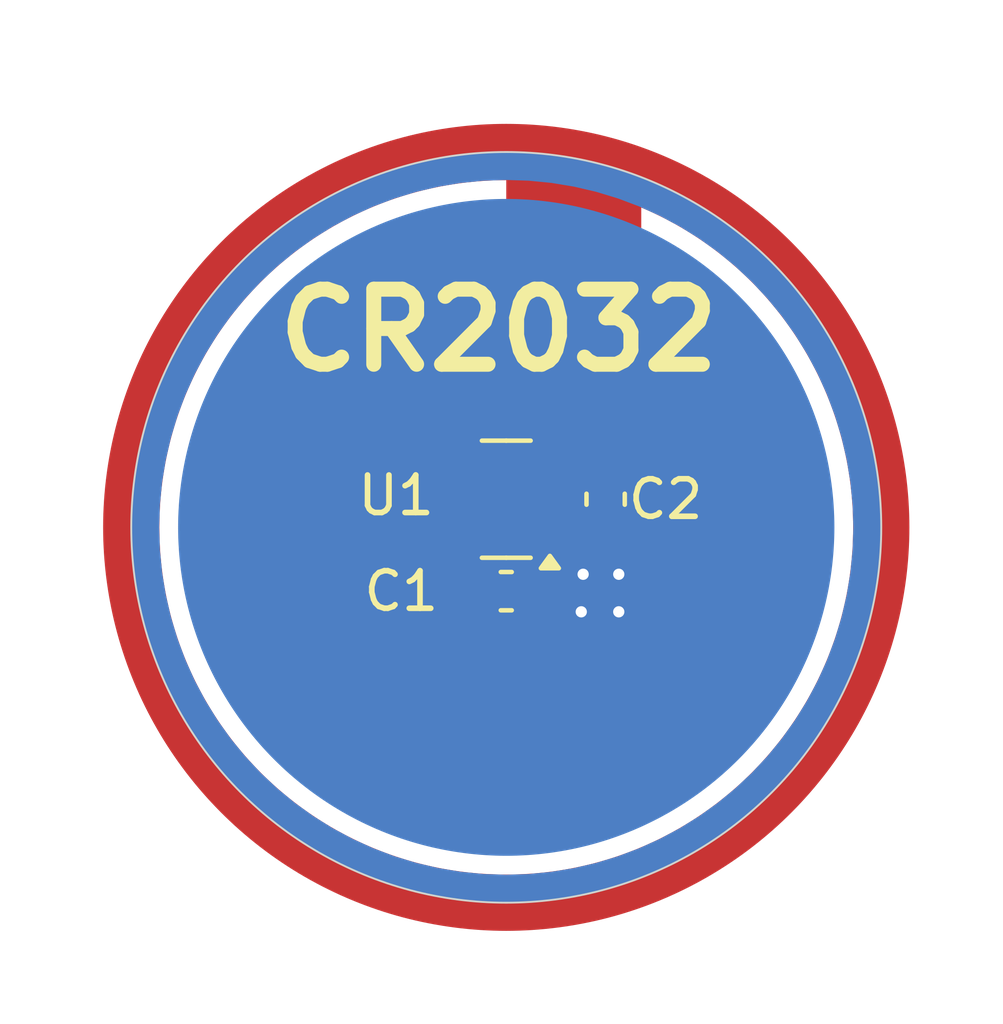
<source format=kicad_pcb>
(kicad_pcb (version 20240108) (generator "pcbnew") (generator_version "8.0")
  (layers (0 "F.Cu" signal) (31 "B.Cu" signal) (34 "B.Paste" user) (35 "F.Paste" user) (36 "B.SilkS" user "B.Silkscreen") (37 "F.SilkS" user "F.Silkscreen") (38 "B.Mask" user) (39 "F.Mask" user) (44 "Edge.Cuts" user))
  (net 0 "")
  (net 1 "GND")
  (net 2 "+5V")
  (net 3 "+3V0")
  (footprint "Capacitor_SMD:C_0603_1608Metric_Pad1.08x0.95mm_HandSolder" (layer "F.Cu") (at 152.65 99.25 -90)
    (property "Reference" "C2" (at 0 -1.6 360) (layer "F.SilkS"))
    (property "Value" "0.47uF")
    (fp_line (start -0.146267 0.51) (end 0.146267 0.51) (stroke (width 0.12)) (layer "F.SilkS"))
    (fp_line (start -0.146267 -0.51) (end 0.146267 -0.51) (stroke (width 0.12)) (layer "F.SilkS"))
    (pad "1" smd roundrect (at -0.8625 0 270) (size 1.075 0.95) (layers "F.Cu" "F.Paste" "F.Mask") (net 3 "+3V0"))
    (pad "2" smd roundrect (at 0.8625 0 270) (size 1.075 0.95) (layers "F.Cu" "F.Paste" "F.Mask") (net 1 "GND"))
  )
  (footprint "Capacitor_SMD:C_0603_1608Metric_Pad1.08x0.95mm_HandSolder" (layer "F.Cu") (at 150 101.7)
    (property "Reference" "C1" (at -2.8 0 180) (layer "F.SilkS"))
    (property "Value" "0.1uF")
    (fp_line (start -0.146267 -0.51) (end 0.146267 -0.51) (stroke (width 0.12)) (layer "F.SilkS"))
    (fp_line (start -0.146267 0.51) (end 0.146267 0.51) (stroke (width 0.12)) (layer "F.SilkS"))
    (pad "1" smd roundrect (at -0.8625 0) (size 1.075 0.95) (layers "F.Cu" "F.Paste" "F.Mask") (net 2 "+5V"))
    (pad "2" smd roundrect (at 0.8625 0) (size 1.075 0.95) (layers "F.Cu" "F.Paste" "F.Mask") (net 1 "GND"))
  )
  (footprint "Package_TO_SOT_SMD:SOT-23" (layer "F.Cu") (at 150 99.25 180)
    (property "Reference" "U1" (at 2.9375 0.1 360) (layer "F.SilkS"))
    (property "Value" "TPS7A0530PDBZ")
    (fp_line (start 0 1.56) (end 0.65 1.56) (stroke (width 0.12)) (layer "F.SilkS"))
    (fp_line (start 0 1.56) (end -0.65 1.56) (stroke (width 0.12)) (layer "F.SilkS"))
    (fp_line (start 0 -1.56) (end 0.65 -1.56) (stroke (width 0.12)) (layer "F.SilkS"))
    (fp_line (start 0 -1.56) (end -0.65 -1.56) (stroke (width 0.12)) (layer "F.SilkS"))
    (fp_poly (pts (xy -1.1625 -1.51) (xy -1.4025 -1.84) (xy -0.9225 -1.84) (xy -1.1625 -1.51)) (stroke (width 0.12)) (fill solid) (layer "F.SilkS"))
    (pad "1" smd roundrect (at -0.9375 -0.95 180) (size 1.475 0.6) (layers "F.Cu" "F.Paste" "F.Mask") (net 1 "GND"))
    (pad "2" smd roundrect (at -0.9375 0.95 180) (size 1.475 0.6) (layers "F.Cu" "F.Paste" "F.Mask") (net 3 "+3V0"))
    (pad "3" smd roundrect (at 0.9375 0 180) (size 1.475 0.6) (layers "F.Cu" "F.Paste" "F.Mask") (net 2 "+5V"))
  )
  (footprint "buttoncell-insert:Solder Pads 01x01" (layer "F.Cu") (at 148 105.25 180)
    (property "Reference" "J2" (hide yes))
    (property "Value" "Conn_01x01" (hide yes))
    (pad "1" smd roundrect (at 0 0 180) (size 3 4) (layers "F.Cu" "F.Mask") (roundrect_rratio 0.125) (net 2 "+5V"))
  )
  (footprint "buttoncell-insert:Solder Pads 01x01" (layer "F.Cu") (at 152 105.25 180)
    (property "Reference" "J1" (hide yes))
    (property "Value" "Conn 01x01" (hide yes))
    (pad "1" smd roundrect (at 0 0 180) (size 3 4) (layers "F.Cu" "F.Mask") (roundrect_rratio 0.125) (net 1 "GND"))
  )
  (gr_circle (center 150 100) (end 160 100) (stroke (width 1.5)) (fill none) (layer "F.Cu") (net 3))
  (gr_circle (center 150 100) (end 158.75 100) (fill solid) (layer "B.Cu") (net 1))
  (gr_circle (center 150 100) (end 160 100) (stroke (width 0.05)) (fill none) (layer "Edge.Cuts"))
  (gr_text "CR2032" (at 149.8 94.75 0) (layer "F.SilkS") (effects (font (size 2 2) (thickness 0.4) (bold yes))))
  (via (at 152.05 101.25) (size 0.6) (drill 0.3) (layers "F.Cu" "B.Cu") (net 1))
  (via (at 153 102.25) (size 0.6) (drill 0.3) (layers "F.Cu" "B.Cu") (net 1))
  (via (at 152 102.25) (size 0.6) (drill 0.3) (layers "F.Cu" "B.Cu") (net 1))
  (via (at 153 101.25) (size 0.6) (drill 0.3) (layers "F.Cu" "B.Cu") (net 1))
  (zone (net 1) (net_name "GND") (layer "F.Cu") (connect_pads yes (clearance 0.2)) (min_thickness 0.15) (fill yes (thermal_gap 0.5) (thermal_bridge_width 0.5) (smoothing fillet) (radius 0.5))
    (polygon (pts (xy 150.25 107.5) (xy 150.25 99.5) (xy 153.75 99.5) (xy 153.75 107.5)))
  )
  (zone (net 3) (net_name "+3V0") (layer "F.Cu") (priority 2) (connect_pads yes (clearance 0.2)) (min_thickness 0.15) (fill yes (thermal_gap 0.5) (thermal_bridge_width 0.5) (smoothing fillet) (radius 0.5))
    (polygon (pts (xy 150 99) (xy 150 85.95) (xy 153.6 85.95) (xy 153.6 99)))
  )
  (zone (net 2) (net_name "+5V") (layer "F.Cu") (priority 1) (connect_pads yes (clearance 0.2)) (min_thickness 0.15) (fill yes (thermal_gap 0.5) (thermal_bridge_width 0.5) (smoothing fillet) (radius 0.5))
    (polygon (pts (xy 149.75 107.5) (xy 149.75 98.75) (xy 148 98.75) (xy 146.25 103.25) (xy 146.25 107.5)))
  )
  (zone (net 3) (net_name "+3V0") (layer "B.Cu") (connect_pads yes (clearance 0.5)) (min_thickness 0.25) (fill yes (thermal_gap 0.5) (thermal_bridge_width 0.5) (smoothing fillet) (radius 5))
    (polygon (pts (xy 136.5 113.25) (xy 163.25 113.25) (xy 163.25 86.75) (xy 136.5 86.75)))
  )
)
</source>
